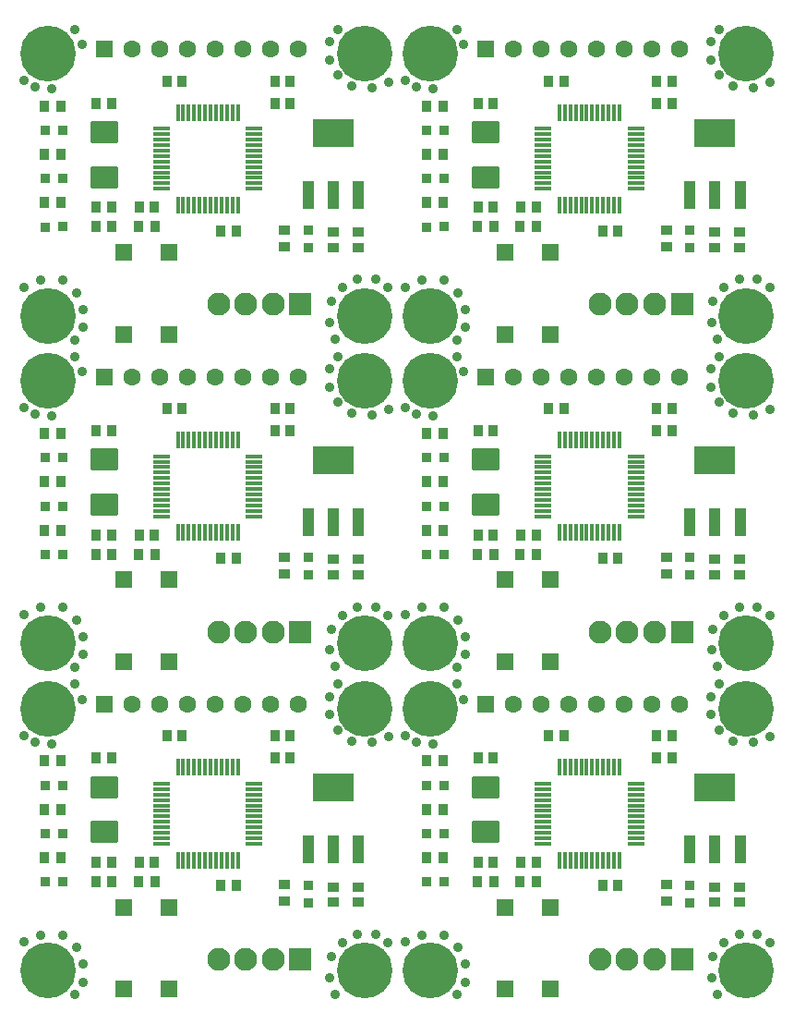
<source format=gts>
G04 Layer: TopSolderMaskLayer*
G04 EasyEDA Pro v2.1.64.d1969c9c.217bcf, 2025-01-15 01:44:41*
G04 Gerber Generator version 0.3*
G04 Scale: 100 percent, Rotated: No, Reflected: No*
G04 Dimensions in millimeters*
G04 Leading zeros omitted, absolute positions, 3 integers and 5 decimals*
G04 Panelize: V-CUT, Column: 2, Row: 3, Board Size: 35.001mm x 30mm, Panelized Board Size: 69.997mm x 89.992mm, Panelized Method: All Objects*
%FSLAX35Y35*%
%MOMM*%
%AMRoundRect*1,1,$1,$2,$3*1,1,$1,$4,$5*1,1,$1,0-$2,0-$3*1,1,$1,0-$4,0-$5*20,1,$1,$2,$3,$4,$5,0*20,1,$1,$4,$5,0-$2,0-$3,0*20,1,$1,0-$2,0-$3,0-$4,0-$5,0*20,1,$1,0-$4,0-$5,$2,$3,0*4,1,4,$2,$3,$4,$5,0-$2,0-$3,0-$4,0-$5,$2,$3,0*%
%ADD10C,5.102*%
%ADD11C,0.902*%
%ADD12O,1.60002X0.37003*%
%ADD13O,0.37003X1.60002*%
%ADD14RoundRect,0.09131X-0.40514X0.45514X0.40514X0.45514*%
%ADD15RoundRect,0.09669X1.20245X0.95245X1.20245X-0.95245*%
%ADD16RoundRect,0.09131X-0.45514X-0.40514X-0.45514X0.40514*%
%ADD17RoundRect,0.09288X0.49437X1.23936X0.49437X-1.23936*%
%ADD18RoundRect,0.09774X1.80193X1.23693X1.80193X-1.23693*%
%ADD19RoundRect,0.09131X0.45514X0.40514X0.45514X-0.40514*%
%ADD20RoundRect,0.09131X0.40514X-0.40514X-0.40514X-0.40514*%
%ADD21RoundRect,0.09138X-0.43712X-0.40835X-0.43712X0.40835*%
%ADD22RoundRect,0.09131X-0.40514X-0.40514X-0.40514X0.40514*%
%ADD23RoundRect,0.09138X-0.40835X0.43712X0.40835X0.43712*%
%ADD24RoundRect,0.0959X-0.75305X0.75305X0.75305X0.75305*%
%ADD25C,1.602*%
%ADD26RoundRect,0.0959X-0.75305X-0.75305X-0.75305X0.75305*%
%ADD27RoundRect,0.09138X0.40835X-0.43712X-0.40835X-0.43712*%
%ADD28C,2.1016*%
%ADD29RoundRect,0.09691X1.00234X-1.00234X-1.00234X-1.00234*%
G75*


%SRX2Y3I34.99746J29.99746*%

G04 Pad Start*
G54D10*
G01X3200000Y-2700000D03*
G01X3200000Y-300000D03*
G01X300000Y-300000D03*
G01X300000Y-2700000D03*
G54D11*
G01X76200Y-2438400D03*
G01X228600Y-2374900D03*
G01X431800Y-2374900D03*
G01X558800Y-2489200D03*
G01X622300Y-2641600D03*
G01X622300Y-2806700D03*
G01X546100Y-2921000D03*
G01X2933700Y-2914650D03*
G01X2882900Y-2762250D03*
G01X2895600Y-2571750D03*
G01X2997200Y-2444750D03*
G01X3136900Y-2368550D03*
G01X3302000Y-2368550D03*
G01X3416300Y-2444750D03*
G01X3422650Y-558800D03*
G01X3270250Y-609600D03*
G01X3079750Y-596900D03*
G01X2952750Y-495300D03*
G01X2876550Y-355600D03*
G01X2876550Y-190500D03*
G01X2952750Y-76200D03*
G01X546100Y-76200D03*
G01X609600Y-215900D03*
G01X330200Y-622300D03*
G01X177800Y-603250D03*
G01X76200Y-546100D03*
G54D12*
G01X1337955Y-987468D03*
G01X1337955Y-1037481D03*
G01X1337955Y-1087468D03*
G01X1337955Y-1137481D03*
G01X1337955Y-1187468D03*
G01X1337955Y-1237480D03*
G01X1337955Y-1287468D03*
G01X1337955Y-1337480D03*
G01X1337955Y-1387467D03*
G01X1337955Y-1437480D03*
G01X1337955Y-1487467D03*
G01X1337955Y-1537480D03*
G54D13*
G01X1487942Y-1687467D03*
G01X1537955Y-1687467D03*
G01X1587942Y-1687467D03*
G01X1637955Y-1687467D03*
G01X1687942Y-1687467D03*
G01X1737955Y-1687467D03*
G01X1787942Y-1687467D03*
G01X1837954Y-1687467D03*
G01X1887942Y-1687467D03*
G01X1937954Y-1687467D03*
G01X1987941Y-1687467D03*
G01X2037954Y-1687467D03*
G54D12*
G01X2187941Y-1537480D03*
G01X2187941Y-1487467D03*
G01X2187941Y-1437480D03*
G01X2187941Y-1387467D03*
G01X2187941Y-1337480D03*
G01X2187941Y-1287468D03*
G01X2187941Y-1237480D03*
G01X2187941Y-1187468D03*
G01X2187941Y-1137481D03*
G01X2187941Y-1087468D03*
G01X2187941Y-1037481D03*
G01X2187941Y-987468D03*
G54D13*
G01X2037954Y-837481D03*
G01X1987941Y-837481D03*
G01X1937954Y-837481D03*
G01X1887942Y-837481D03*
G01X1837954Y-837481D03*
G01X1787942Y-837481D03*
G01X1737955Y-837481D03*
G01X1687942Y-837481D03*
G01X1637955Y-837481D03*
G01X1587942Y-837481D03*
G01X1537955Y-837481D03*
G01X1487942Y-837481D03*
G54D14*
G01X2518751Y-754474D03*
G01X2378746Y-754474D03*
G01X2023451Y-1922874D03*
G01X1883446Y-1922874D03*
G01X1528151Y-551274D03*
G01X1388146Y-551274D03*
G01X1274760Y-1706974D03*
G01X1134755Y-1706974D03*
G01X880755Y-1706974D03*
G01X740751Y-1706974D03*
G01X882000Y-755015D03*
G01X741995Y-755015D03*
G54D15*
G01X810448Y-1019371D03*
G01X810448Y-1429377D03*
G54D16*
G01X3141832Y-1932805D03*
G01X3141832Y-2072810D03*
G54D17*
G01X2685057Y-1591085D03*
G01X2915054Y-1591085D03*
G01X3145051Y-1591085D03*
G54D18*
G01X2915054Y-1024106D03*
G54D19*
G01X2913232Y-2072810D03*
G01X2913232Y-1932805D03*
G54D20*
G01X2685660Y-2077547D03*
G01X2684975Y-1917654D03*
G54D21*
G01X2468732Y-1914771D03*
G01X2468732Y-2065444D03*
G54D22*
G01X273302Y-1886708D03*
G01X433195Y-1886022D03*
G54D23*
G01X418249Y-1664719D03*
G01X267577Y-1664719D03*
G54D22*
G01X273302Y-1444487D03*
G01X433195Y-1443801D03*
G54D23*
G01X418249Y-1222498D03*
G01X267577Y-1222498D03*
G54D22*
G01X273302Y-1002266D03*
G01X433195Y-1001580D03*
G54D23*
G01X418249Y-780277D03*
G01X267577Y-780277D03*
G54D24*
G01X810448Y-259174D03*
G54D25*
G01X1064448Y-259174D03*
G01X1318448Y-259174D03*
G01X1572448Y-259174D03*
G01X1826448Y-259174D03*
G01X2080448Y-259174D03*
G01X2334448Y-259174D03*
G01X2588448Y-259174D03*
G54D26*
G01X988248Y-2119381D03*
G01X988248Y-2869367D03*
G01X1407348Y-2119381D03*
G01X1407348Y-2869367D03*
G54D27*
G01X735112Y-1884774D03*
G01X885785Y-1884774D03*
G54D23*
G01X1279485Y-1884774D03*
G01X1128812Y-1884774D03*
G54D28*
G01X1860647Y-2595295D03*
G01X2110659Y-2595295D03*
G01X2360646Y-2595295D03*
G54D29*
G01X2610658Y-2595295D03*
G54D14*
G01X2518751Y-551274D03*
G01X2378746Y-551274D03*
G04 Pad End*
%SR*%

M02*

</source>
